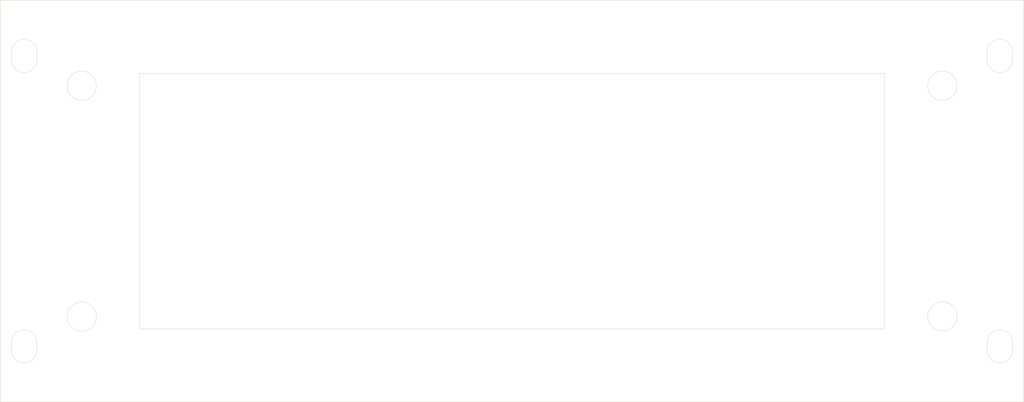
<source format=kicad_pcb>
(kicad_pcb
	(version 20240108)
	(generator "pcbnew")
	(generator_version "8.0")
	(general
		(thickness 1.6)
		(legacy_teardrops no)
	)
	(paper "A4")
	(layers
		(0 "F.Cu" signal)
		(31 "B.Cu" signal)
		(32 "B.Adhes" user "B.Adhesive")
		(33 "F.Adhes" user "F.Adhesive")
		(34 "B.Paste" user)
		(35 "F.Paste" user)
		(36 "B.SilkS" user "B.Silkscreen")
		(37 "F.SilkS" user "F.Silkscreen")
		(38 "B.Mask" user)
		(39 "F.Mask" user)
		(40 "Dwgs.User" user "User.Drawings")
		(41 "Cmts.User" user "User.Comments")
		(42 "Eco1.User" user "User.Eco1")
		(43 "Eco2.User" user "User.Eco2")
		(44 "Edge.Cuts" user)
		(45 "Margin" user)
		(46 "B.CrtYd" user "B.Courtyard")
		(47 "F.CrtYd" user "F.Courtyard")
		(48 "B.Fab" user)
		(49 "F.Fab" user)
		(50 "User.1" user)
		(51 "User.2" user)
		(52 "User.3" user)
		(53 "User.4" user)
		(54 "User.5" user)
		(55 "User.6" user)
		(56 "User.7" user)
		(57 "User.8" user)
		(58 "User.9" user)
	)
	(setup
		(pad_to_mask_clearance 0)
		(allow_soldermask_bridges_in_footprints no)
		(pcbplotparams
			(layerselection 0x00010fc_ffffffff)
			(plot_on_all_layers_selection 0x0000000_00000000)
			(disableapertmacros no)
			(usegerberextensions no)
			(usegerberattributes yes)
			(usegerberadvancedattributes yes)
			(creategerberjobfile yes)
			(dashed_line_dash_ratio 12.000000)
			(dashed_line_gap_ratio 3.000000)
			(svgprecision 4)
			(plotframeref no)
			(viasonmask no)
			(mode 1)
			(useauxorigin no)
			(hpglpennumber 1)
			(hpglpenspeed 20)
			(hpglpendiameter 15.000000)
			(pdf_front_fp_property_popups yes)
			(pdf_back_fp_property_popups yes)
			(dxfpolygonmode yes)
			(dxfimperialunits yes)
			(dxfusepcbnewfont yes)
			(psnegative no)
			(psa4output no)
			(plotreference yes)
			(plotvalue yes)
			(plotfptext yes)
			(plotinvisibletext no)
			(sketchpadsonfab no)
			(subtractmaskfromsilk no)
			(outputformat 1)
			(mirror no)
			(drillshape 1)
			(scaleselection 1)
			(outputdirectory "")
		)
	)
	(net 0 "")
	(gr_line
		(start 104.6 142.5)
		(end 104.6 143.5)
		(stroke
			(width 0.05)
			(type default)
		)
		(layer "Edge.Cuts")
		(uuid "022c7590-ce6e-4325-be54-f589528e2e34")
	)
	(gr_line
		(start 227.1 106)
		(end 227.1 107)
		(stroke
			(width 0.05)
			(type default)
		)
		(layer "Edge.Cuts")
		(uuid "15467f10-1776-4d68-9693-8c1952a80f10")
	)
	(gr_line
		(start 101.4 142.5)
		(end 101.4 143.5)
		(stroke
			(width 0.05)
			(type default)
		)
		(layer "Edge.Cuts")
		(uuid "17f63ef9-5ac2-4841-a2d1-61e3e06ba9f7")
	)
	(gr_arc
		(start 223.9 106)
		(mid 225.5 104.4)
		(end 227.1 106)
		(stroke
			(width 0.05)
			(type default)
		)
		(layer "Edge.Cuts")
		(uuid "2876fe3b-8d0d-4053-bd58-41c2038e6aff")
	)
	(gr_circle
		(center 218.264245 110.25)
		(end 219.864245 111.15)
		(stroke
			(width 0.05)
			(type default)
		)
		(fill none)
		(layer "Edge.Cuts")
		(uuid "5679ca18-dac4-41a1-877e-2cadf79dccb2")
	)
	(gr_line
		(start 223.9 142.5)
		(end 223.9 143.5)
		(stroke
			(width 0.05)
			(type default)
		)
		(layer "Edge.Cuts")
		(uuid "63b24f1c-1c62-466e-b7fd-db50597f8d44")
	)
	(gr_arc
		(start 104.6 143.5)
		(mid 103 145.1)
		(end 101.4 143.5)
		(stroke
			(width 0.05)
			(type default)
		)
		(layer "Edge.Cuts")
		(uuid "6705cce9-c436-47c0-8aa9-188fc9a523f1")
	)
	(gr_circle
		(center 218.264245 139.25)
		(end 219.864245 140.15)
		(stroke
			(width 0.05)
			(type default)
		)
		(fill none)
		(layer "Edge.Cuts")
		(uuid "6730a933-4198-4b20-8062-a61d019d7be7")
	)
	(gr_arc
		(start 223.9 142.5)
		(mid 225.5 140.9)
		(end 227.1 142.5)
		(stroke
			(width 0.05)
			(type default)
		)
		(layer "Edge.Cuts")
		(uuid "6e2882d4-9008-42d9-bb30-2d45ed7e4788")
	)
	(gr_line
		(start 101.4 106)
		(end 101.4 107)
		(stroke
			(width 0.05)
			(type default)
		)
		(layer "Edge.Cuts")
		(uuid "82f65f38-c597-4523-ad23-ad30726a9131")
	)
	(gr_line
		(start 223.9 106)
		(end 223.9 107)
		(stroke
			(width 0.05)
			(type default)
		)
		(layer "Edge.Cuts")
		(uuid "8746a72b-6c3f-4c4b-bcce-0f526f444909")
	)
	(gr_circle
		(center 110.25 139.264245)
		(end 111.85 140.164245)
		(stroke
			(width 0.05)
			(type default)
		)
		(fill none)
		(layer "Edge.Cuts")
		(uuid "8c09d5ca-b3ed-44b4-9fbc-f39c38f8bda2")
	)
	(gr_circle
		(center 110.235755 110.25)
		(end 111.835755 111.15)
		(stroke
			(width 0.05)
			(type default)
		)
		(fill none)
		(layer "Edge.Cuts")
		(uuid "9b7c5820-6b76-426f-8b85-2646b90516ee")
	)
	(gr_arc
		(start 101.4 142.5)
		(mid 103 140.9)
		(end 104.6 142.5)
		(stroke
			(width 0.05)
			(type default)
		)
		(layer "Edge.Cuts")
		(uuid "af44b449-21f3-4c57-8686-0fee0c388800")
	)
	(gr_rect
		(start 100 99.5)
		(end 228.5 150)
		(stroke
			(width 0.05)
			(type default)
		)
		(fill none)
		(layer "Edge.Cuts")
		(uuid "af7acd63-560e-48a9-9aa5-e4cd821433f8")
	)
	(gr_arc
		(start 104.6 107)
		(mid 103 108.6)
		(end 101.4 107)
		(stroke
			(width 0.05)
			(type default)
		)
		(layer "Edge.Cuts")
		(uuid "b1f7f127-2e09-4faf-a0d3-1c38aa6ed5c5")
	)
	(gr_rect
		(start 117.5 108.7)
		(end 211 140.8)
		(stroke
			(width 0.05)
			(type default)
		)
		(fill none)
		(layer "Edge.Cuts")
		(uuid "b410752a-151e-4035-aaea-e063dab3edd6")
	)
	(gr_arc
		(start 227.1 107)
		(mid 225.5 108.6)
		(end 223.9 107)
		(stroke
			(width 0.05)
			(type default)
		)
		(layer "Edge.Cuts")
		(uuid "c7956ce8-5cc5-46b1-aef0-0302198fc75b")
	)
	(gr_line
		(start 227.1 142.5)
		(end 227.1 143.5)
		(stroke
			(width 0.05)
			(type default)
		)
		(layer "Edge.Cuts")
		(uuid "cb7d019b-43a1-4da8-a4e9-4528ff0b3982")
	)
	(gr_arc
		(start 101.4 106)
		(mid 103 104.4)
		(end 104.6 106)
		(stroke
			(width 0.05)
			(type default)
		)
		(layer "Edge.Cuts")
		(uuid "f74932ac-fd58-4901-a449-b0706ea78c63")
	)
	(gr_line
		(start 104.6 106)
		(end 104.6 107)
		(stroke
			(width 0.05)
			(type default)
		)
		(layer "Edge.Cuts")
		(uuid "f9b5da0f-3d73-4b75-a566-cb1571eb1d81")
	)
	(gr_arc
		(start 227.1 143.5)
		(mid 225.5 145.1)
		(end 223.9 143.5)
		(stroke
			(width 0.05)
			(type default)
		)
		(layer "Edge.Cuts")
		(uuid "fda94e58-52ae-4558-a5e8-0853442a5a5e")
	)
)

</source>
